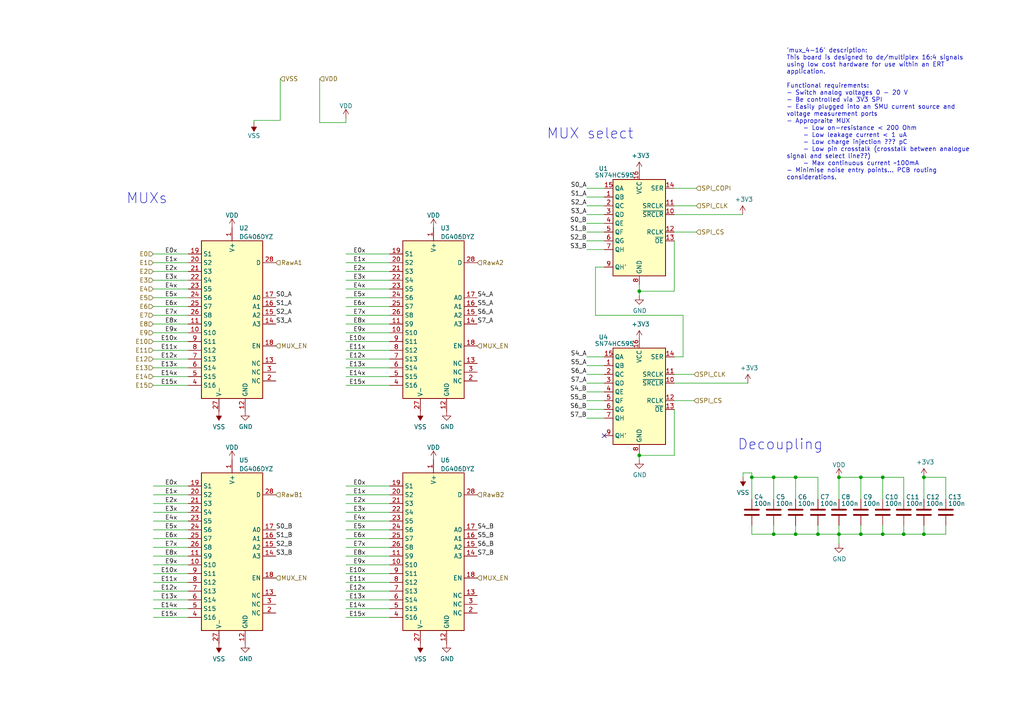
<source format=kicad_sch>
(kicad_sch (version 20231120) (generator "eeschema") (generator_version "8.0")
  (paper "A4")
  (lib_symbols
    (symbol "74xx:74HC595"
      (property "Reference" "U" (at -7.62 13.97 0))
      (property "Value" "74HC595" (at -7.62 -16.51 0))
      (symbol "74HC595_1_0"
        (pin tri_state line (at 10.16 7.62 180) (length 2.54) (name "QB") (number "1"))
        (pin input line (at -10.16 2.54 0) (length 2.54) (name "~{SRCLR}") (number "10"))
        (pin input line (at -10.16 5.08 0) (length 2.54) (name "SRCLK") (number "11"))
        (pin input line (at -10.16 -2.54 0) (length 2.54) (name "RCLK") (number "12"))
        (pin input line (at -10.16 -5.08 0) (length 2.54) (name "~{OE}") (number "13"))
        (pin input line (at -10.16 10.16 0) (length 2.54) (name "SER") (number "14"))
        (pin tri_state line (at 10.16 10.16 180) (length 2.54) (name "QA") (number "15"))
        (pin power_in line (at 0 15.24 270) (length 2.54) (name "VCC") (number "16"))
        (pin tri_state line (at 10.16 5.08 180) (length 2.54) (name "QC") (number "2"))
        (pin tri_state line (at 10.16 2.54 180) (length 2.54) (name "QD") (number "3"))
        (pin tri_state line (at 10.16 0 180) (length 2.54) (name "QE") (number "4"))
        (pin tri_state line (at 10.16 -2.54 180) (length 2.54) (name "QF") (number "5"))
        (pin tri_state line (at 10.16 -5.08 180) (length 2.54) (name "QG") (number "6"))
        (pin tri_state line (at 10.16 -7.62 180) (length 2.54) (name "QH") (number "7"))
        (pin power_in line (at 0 -17.78 90) (length 2.54) (name "GND") (number "8"))
        (pin output line (at 10.16 -12.7 180) (length 2.54) (name "QH'") (number "9"))
      )
      (symbol "74HC595_1_1"
        (rectangle (start -7.62 12.7) (end 7.62 -15.24) (stroke (width 0.254)) (fill (type background)))
      )
    )
    (symbol "Analog_Switch_mod:DG406DN-T1-E3"
      (property "Reference" "U" (at -8.89 22.86 0))
      (property "Value" "DG406DN-T1-E3" (at 1.27 22.86 0))
      (symbol "DG406DN-T1-E3_0_0"
        (pin passive line (at -12.7 2.54 0) (length 3.81) (name "S7") (number "25"))
        (pin passive line (at -12.7 0 0) (length 3.81) (name "S8") (number "26"))
        (pin power_in line (at -3.81 -27.94 90) (length 3.81) (name "V-") (number "27"))
        (pin output line (at 12.7 15.24 180) (length 3.81) (name "D") (number "28"))
      )
      (symbol "DG406DN-T1-E3_0_1"
        (rectangle (start -8.89 21.59) (end 8.89 -24.13) (stroke (width 0.254)) (fill (type background)))
      )
      (symbol "DG406DN-T1-E3_1_1"
        (pin power_in line (at 0 25.4 270) (length 3.81) (name "V+") (number "1"))
        (pin passive line (at -12.7 -5.08 0) (length 3.81) (name "S10") (number "10"))
        (pin passive line (at -12.7 -2.54 0) (length 3.81) (name "S9") (number "11"))
        (pin power_in line (at 3.81 -27.94 90) (length 3.81) (name "GND") (number "12"))
        (pin input line (at 12.7 -13.97 180) (length 3.81) (name "NC") (number "13"))
        (pin input line (at 12.7 -2.54 180) (length 3.81) (name "A3") (number "14"))
        (pin input line (at 12.7 0 180) (length 3.81) (name "A2") (number "15"))
        (pin input line (at 12.7 2.54 180) (length 3.81) (name "A1") (number "16"))
        (pin input line (at 12.7 5.08 180) (length 3.81) (name "A0") (number "17"))
        (pin passive line (at 12.7 -8.89 180) (length 3.81) (name "EN") (number "18"))
        (pin passive line (at -12.7 17.78 0) (length 3.81) (name "S1") (number "19"))
        (pin passive line (at 12.7 -19.05 180) (length 3.81) (name "NC") (number "2"))
        (pin passive line (at -12.7 15.24 0) (length 3.81) (name "S2") (number "20"))
        (pin passive line (at -12.7 12.7 0) (length 3.81) (name "S3") (number "21"))
        (pin passive line (at -12.7 10.16 0) (length 3.81) (name "S4") (number "22"))
        (pin passive line (at -12.7 7.62 0) (length 3.81) (name "S5") (number "23"))
        (pin passive line (at -12.7 5.08 0) (length 3.81) (name "S6") (number "24"))
        (pin passive line (at 12.7 -16.51 180) (length 3.81) (name "NC") (number "3"))
        (pin passive line (at -12.7 -20.32 0) (length 3.81) (name "S16") (number "4"))
        (pin passive line (at -12.7 -17.78 0) (length 3.81) (name "S15") (number "5"))
        (pin passive line (at -12.7 -15.24 0) (length 3.81) (name "S14") (number "6"))
        (pin passive line (at -12.7 -12.7 0) (length 3.81) (name "S13") (number "7"))
        (pin passive line (at -12.7 -10.16 0) (length 3.81) (name "S12") (number "8"))
        (pin passive line (at -12.7 -7.62 0) (length 3.81) (name "S11") (number "9"))
      )
    )
    (symbol "Device:C" (pin_numbers hide) (pin_names (offset 0.254))
      (property "Reference" "C" (at 0.635 2.54 0))
      (property "Value" "C" (at 0.635 -2.54 0))
      (symbol "C_0_1"
        (polyline (pts (xy -2.032 -0.762) (xy 2.032 -0.762)) (stroke (width 0.508)))
        (polyline (pts (xy -2.032 0.762) (xy 2.032 0.762)) (stroke (width 0.508)))
      )
      (symbol "C_1_1"
        (pin passive line (at 0 3.81 270) (length 2.794) (name "~") (number "1"))
        (pin passive line (at 0 -3.81 90) (length 2.794) (name "~") (number "2"))
      )
    )
    (symbol "power:+3V3" (power) (pin_names (offset 0))
      (property "Value" "+3V3" (at 0 3.556 0))
      (symbol "+3V3_0_1"
        (polyline (pts (xy -0.762 1.27) (xy 0 2.54)))
        (polyline (pts (xy 0 0) (xy 0 2.54)))
        (polyline (pts (xy 0 2.54) (xy 0.762 1.27)))
      )
      (symbol "+3V3_1_1"
        (pin power_in line (at 0 0 90) (length 0) hide (name "+3V3") (number "1"))
      )
    )
    (symbol "power:GND" (power) (pin_names (offset 0))
      (property "Value" "GND" (at 0 -3.81 0))
      (symbol "GND_0_1"
        (polyline (pts (xy 0 0) (xy 0 -1.27) (xy 1.27 -1.27) (xy 0 -2.54) (xy -1.27 -1.27) (xy 0 -1.27)))
      )
      (symbol "GND_1_1"
        (pin power_in line (at 0 0 270) (length 0) hide (name "GND") (number "1"))
      )
    )
    (symbol "power:VDD" (power) (pin_names (offset 0))
      (property "Value" "VDD" (at 0 3.81 0))
      (symbol "VDD_0_1"
        (polyline (pts (xy -0.762 1.27) (xy 0 2.54)))
        (polyline (pts (xy 0 0) (xy 0 2.54)))
        (polyline (pts (xy 0 2.54) (xy 0.762 1.27)))
      )
      (symbol "VDD_1_1"
        (pin power_in line (at 0 0 90) (length 0) hide (name "VDD") (number "1"))
      )
    )
    (symbol "power:VSS" (power) (pin_names (offset 0))
      (property "Value" "VSS" (at 0 3.81 0))
      (symbol "VSS_0_1"
        (polyline (pts (xy 0 0) (xy 0 2.54)))
        (polyline (pts (xy 0.762 1.27) (xy -0.762 1.27) (xy 0 2.54) (xy 0.762 1.27)) (fill (type outline)))
      )
      (symbol "VSS_1_1"
        (pin power_in line (at 0 0 90) (length 0) hide (name "VSS") (number "1"))
      )
    )
  )
  (junction (at 230.759 138.43))
  (junction (at 256.032 154.94))
  (junction (at 230.759 154.94))
  (junction (at 185.42 84.455))
  (junction (at 185.42 132.08))
  (junction (at 267.97 138.43))
  (junction (at 262.128 154.94))
  (junction (at 243.332 154.94))
  (junction (at 249.682 154.94))
  (junction (at 243.332 138.43))
  (junction (at 249.682 138.43))
  (junction (at 224.409 138.43))
  (junction (at 237.236 154.94))
  (junction (at 256.032 138.43))
  (junction (at 218.059 138.43))
  (junction (at 267.97 154.94))
  (junction (at 224.409 154.94))
  (no_connect (at 123.19 239.395))
  (no_connect (at 175.26 126.365))
  (wire (pts (xy 243.332 152.4) (xy 243.332 154.94)))
  (wire (pts (xy 170.18 121.285) (xy 175.26 121.285)))
  (wire (pts (xy 243.332 138.43) (xy 249.682 138.43)))
  (wire (pts (xy 44.45 140.97) (xy 54.61 140.97)))
  (wire (pts (xy 215.519 137.16) (xy 218.059 137.16)))
  (wire (pts (xy 215.519 138.43) (xy 215.519 137.16)))
  (wire (pts (xy 44.45 109.22) (xy 54.61 109.22)))
  (wire (pts (xy 100.33 146.05) (xy 113.03 146.05)))
  (wire (pts (xy 92.71 35.56) (xy 100.33 35.56)))
  (wire (pts (xy 256.032 138.43) (xy 256.032 144.78)))
  (wire (pts (xy 100.33 168.91) (xy 113.03 168.91)))
  (wire (pts (xy 170.18 62.23) (xy 175.26 62.23)))
  (wire (pts (xy 44.45 93.98) (xy 54.61 93.98)))
  (wire (pts (xy 249.682 154.94) (xy 243.332 154.94)))
  (wire (pts (xy 256.032 138.43) (xy 262.128 138.43)))
  (wire (pts (xy 44.45 143.51) (xy 54.61 143.51)))
  (wire (pts (xy 267.97 138.43) (xy 267.97 144.78)))
  (wire (pts (xy 262.128 154.94) (xy 256.032 154.94)))
  (wire (pts (xy 44.45 106.68) (xy 54.61 106.68)))
  (wire (pts (xy 230.759 154.94) (xy 237.236 154.94)))
  (wire (pts (xy 170.18 111.125) (xy 175.26 111.125)))
  (wire (pts (xy 100.33 166.37) (xy 113.03 166.37)))
  (wire (pts (xy 44.45 104.14) (xy 54.61 104.14)))
  (wire (pts (xy 195.58 132.08) (xy 195.58 118.745)))
  (wire (pts (xy 230.759 154.94) (xy 224.409 154.94)))
  (wire (pts (xy 267.97 152.4) (xy 267.97 154.94)))
  (wire (pts (xy 249.682 152.4) (xy 249.682 154.94)))
  (wire (pts (xy 170.18 116.205) (xy 175.26 116.205)))
  (wire (pts (xy 172.72 91.44) (xy 198.12 91.44)))
  (wire (pts (xy 218.059 138.43) (xy 224.409 138.43)))
  (wire (pts (xy 195.58 108.585) (xy 201.295 108.585)))
  (wire (pts (xy 274.32 138.43) (xy 267.97 138.43)))
  (wire (pts (xy 274.32 152.4) (xy 274.32 154.94)))
  (wire (pts (xy 170.18 113.665) (xy 175.26 113.665)))
  (wire (pts (xy 44.45 81.28) (xy 54.61 81.28)))
  (wire (pts (xy 218.059 152.4) (xy 218.059 154.94)))
  (wire (pts (xy 92.71 22.86) (xy 92.71 35.56)))
  (wire (pts (xy 100.33 91.44) (xy 113.03 91.44)))
  (wire (pts (xy 170.18 59.69) (xy 175.26 59.69)))
  (wire (pts (xy 218.059 137.16) (xy 218.059 138.43)))
  (wire (pts (xy 170.18 69.85) (xy 175.26 69.85)))
  (wire (pts (xy 237.236 138.43) (xy 230.759 138.43)))
  (wire (pts (xy 44.45 173.99) (xy 54.61 173.99)))
  (wire (pts (xy 170.18 108.585) (xy 175.26 108.585)))
  (wire (pts (xy 100.33 156.21) (xy 113.03 156.21)))
  (wire (pts (xy 224.409 152.4) (xy 224.409 154.94)))
  (wire (pts (xy 237.236 152.4) (xy 237.236 154.94)))
  (wire (pts (xy 170.18 64.77) (xy 175.26 64.77)))
  (wire (pts (xy 218.059 138.43) (xy 218.059 144.78)))
  (wire (pts (xy 100.33 173.99) (xy 113.03 173.99)))
  (wire (pts (xy 44.45 78.74) (xy 54.61 78.74)))
  (wire (pts (xy 100.33 179.07) (xy 113.03 179.07)))
  (wire (pts (xy 100.33 163.83) (xy 113.03 163.83)))
  (wire (pts (xy 100.33 76.2) (xy 113.03 76.2)))
  (wire (pts (xy 274.32 154.94) (xy 267.97 154.94)))
  (wire (pts (xy 100.33 96.52) (xy 113.03 96.52)))
  (wire (pts (xy 44.45 151.13) (xy 54.61 151.13)))
  (wire (pts (xy 100.33 158.75) (xy 113.03 158.75)))
  (wire (pts (xy 249.682 138.43) (xy 249.682 144.78)))
  (wire (pts (xy 44.45 83.82) (xy 54.61 83.82)))
  (wire (pts (xy 100.33 148.59) (xy 113.03 148.59)))
  (wire (pts (xy 100.33 106.68) (xy 113.03 106.68)))
  (wire (pts (xy 100.33 101.6) (xy 113.03 101.6)))
  (wire (pts (xy 224.409 138.43) (xy 224.409 144.78)))
  (wire (pts (xy 185.42 84.455) (xy 185.42 82.55)))
  (wire (pts (xy 170.18 57.15) (xy 175.26 57.15)))
  (wire (pts (xy 170.18 103.505) (xy 175.26 103.505)))
  (wire (pts (xy 100.33 176.53) (xy 113.03 176.53)))
  (wire (pts (xy 100.33 111.76) (xy 113.03 111.76)))
  (wire (pts (xy 100.33 151.13) (xy 113.03 151.13)))
  (wire (pts (xy 170.18 106.045) (xy 175.26 106.045)))
  (wire (pts (xy 44.45 156.21) (xy 54.61 156.21)))
  (wire (pts (xy 44.45 111.76) (xy 54.61 111.76)))
  (wire (pts (xy 44.45 86.36) (xy 54.61 86.36)))
  (wire (pts (xy 44.45 96.52) (xy 54.61 96.52)))
  (wire (pts (xy 100.33 161.29) (xy 113.03 161.29)))
  (wire (pts (xy 100.33 171.45) (xy 113.03 171.45)))
  (wire (pts (xy 81.28 22.86) (xy 81.28 34.925)))
  (wire (pts (xy 224.409 154.94) (xy 218.059 154.94)))
  (wire (pts (xy 243.332 154.94) (xy 243.332 157.734)))
  (wire (pts (xy 100.33 83.82) (xy 113.03 83.82)))
  (wire (pts (xy 185.42 132.08) (xy 195.58 132.08)))
  (wire (pts (xy 73.66 34.925) (xy 73.66 35.56)))
  (wire (pts (xy 44.45 171.45) (xy 54.61 171.45)))
  (wire (pts (xy 185.42 133.35) (xy 185.42 132.08)))
  (wire (pts (xy 185.42 85.725) (xy 185.42 84.455)))
  (wire (pts (xy 44.45 179.07) (xy 54.61 179.07)))
  (wire (pts (xy 256.032 152.4) (xy 256.032 154.94)))
  (wire (pts (xy 224.409 138.43) (xy 230.759 138.43)))
  (wire (pts (xy 170.18 54.61) (xy 175.26 54.61)))
  (wire (pts (xy 195.58 116.205) (xy 201.295 116.205)))
  (wire (pts (xy 198.12 103.505) (xy 195.58 103.505)))
  (wire (pts (xy 100.33 143.51) (xy 113.03 143.51)))
  (wire (pts (xy 100.33 34.29) (xy 100.33 35.56)))
  (wire (pts (xy 100.33 104.14) (xy 113.03 104.14)))
  (wire (pts (xy 230.759 152.4) (xy 230.759 154.94)))
  (wire (pts (xy 44.45 158.75) (xy 54.61 158.75)))
  (wire (pts (xy 256.032 154.94) (xy 249.682 154.94)))
  (wire (pts (xy 198.12 91.44) (xy 198.12 103.505)))
  (wire (pts (xy 100.33 109.22) (xy 113.03 109.22)))
  (wire (pts (xy 44.45 176.53) (xy 54.61 176.53)))
  (wire (pts (xy 44.45 168.91) (xy 54.61 168.91)))
  (wire (pts (xy 44.45 148.59) (xy 54.61 148.59)))
  (wire (pts (xy 100.33 140.97) (xy 113.03 140.97)))
  (wire (pts (xy 175.26 77.47) (xy 172.72 77.47)))
  (wire (pts (xy 195.58 111.125) (xy 216.916 111.125)))
  (wire (pts (xy 230.759 138.43) (xy 230.759 144.78)))
  (wire (pts (xy 44.45 76.2) (xy 54.61 76.2)))
  (wire (pts (xy 44.45 166.37) (xy 54.61 166.37)))
  (wire (pts (xy 237.236 154.94) (xy 243.332 154.94)))
  (wire (pts (xy 195.58 84.455) (xy 195.58 69.85)))
  (wire (pts (xy 185.42 84.455) (xy 195.58 84.455)))
  (wire (pts (xy 262.128 152.4) (xy 262.128 154.94)))
  (wire (pts (xy 185.42 132.08) (xy 185.42 131.445)))
  (wire (pts (xy 195.58 54.61) (xy 201.93 54.61)))
  (wire (pts (xy 73.66 34.925) (xy 81.28 34.925)))
  (wire (pts (xy 243.332 138.43) (xy 243.332 144.78)))
  (wire (pts (xy 44.45 161.29) (xy 54.61 161.29)))
  (wire (pts (xy 195.58 59.69) (xy 201.93 59.69)))
  (wire (pts (xy 100.33 88.9) (xy 113.03 88.9)))
  (wire (pts (xy 44.45 99.06) (xy 54.61 99.06)))
  (wire (pts (xy 172.72 77.47) (xy 172.72 91.44)))
  (wire (pts (xy 100.33 73.66) (xy 113.03 73.66)))
  (wire (pts (xy 237.236 138.43) (xy 237.236 144.78)))
  (wire (pts (xy 100.33 78.74) (xy 113.03 78.74)))
  (wire (pts (xy 44.45 101.6) (xy 54.61 101.6)))
  (wire (pts (xy 267.97 154.94) (xy 262.128 154.94)))
  (wire (pts (xy 170.18 67.31) (xy 175.26 67.31)))
  (wire (pts (xy 262.128 138.43) (xy 262.128 144.78)))
  (wire (pts (xy 44.45 91.44) (xy 54.61 91.44)))
  (wire (pts (xy 195.58 67.31) (xy 201.93 67.31)))
  (wire (pts (xy 44.45 88.9) (xy 54.61 88.9)))
  (wire (pts (xy 274.32 144.78) (xy 274.32 138.43)))
  (wire (pts (xy 44.45 163.83) (xy 54.61 163.83)))
  (wire (pts (xy 170.18 72.39) (xy 175.26 72.39)))
  (wire (pts (xy 100.33 99.06) (xy 113.03 99.06)))
  (wire (pts (xy 100.33 93.98) (xy 113.03 93.98)))
  (wire (pts (xy 44.45 146.05) (xy 54.61 146.05)))
  (wire (pts (xy 100.33 153.67) (xy 113.03 153.67)))
  (wire (pts (xy 249.682 138.43) (xy 256.032 138.43)))
  (wire (pts (xy 195.58 62.23) (xy 215.392 62.23)))
  (wire (pts (xy 44.45 73.66) (xy 54.61 73.66)))
  (wire (pts (xy 44.45 153.67) (xy 54.61 153.67)))
  (wire (pts (xy 100.33 81.28) (xy 113.03 81.28)))
  (wire (pts (xy 100.33 86.36) (xy 113.03 86.36)))
  (wire (pts (xy 170.18 118.745) (xy 175.26 118.745)))
  (text "Decoupling" (at 213.868 130.81 0) (effects (font (size 3 3)) (justify left bottom)))
  (text "MUX select" (at 158.496 40.64 0) (effects (font (size 3 3)) (justify left bottom)))
  (text "MUXs\n" (at 36.576 59.436 0) (effects (font (size 3 3)) (justify left bottom)))
  (text "'mux_4-16' description:\nThis board is designed to de/multiplex 16:4 signals\nusing low cost hardware for use within an ERT \napplication.\n\nFunctional requirements:\n- Switch analog voltages 0 - 20 V\n- Be controlled via 3V3 SPI \n- Easily plugged into an SMU current source and \nvoltage measurement ports\n- Appropraite MUX\n	- Low on-resistance < 200 Ohm\n	- Low leakage current < 1 uA\n	- Low charge injection ??? pC\n	- Low pin crosstalk (crosstalk between analogue \nsignal and select line??)\n	- Max continuous current ~100mA\n- Minimise noise entry points... PCB routing \nconsiderations.\n" (at 228.092 52.324 0) (effects (font (size 1.27 1.27)) (justify left bottom)))
  (label "E14x" (at 106.045 176.53 180))
  (label "E9x" (at 106.045 96.52 180))
  (label "E4x" (at 51.435 83.82 180))
  (label "S0_B" (at 170.18 64.77 180))
  (label "E7x" (at 51.435 158.75 180))
  (label "E2x" (at 51.435 78.74 180))
  (label "E2x" (at 106.045 78.74 180))
  (label "S5_A" (at 138.43 88.9 0))
  (label "S7_A" (at 170.18 111.125 180))
  (label "E11x" (at 106.045 168.91 180))
  (label "E13x" (at 51.435 106.68 180))
  (label "E5x" (at 106.045 86.36 180))
  (label "S6_A" (at 170.18 108.585 180))
  (label "E12x" (at 51.435 171.45 180))
  (label "S2_B" (at 80.01 158.75 0))
  (label "E6x" (at 51.435 156.21 180))
  (label "E1x" (at 51.435 143.51 180))
  (label "E6x" (at 51.435 88.9 180))
  (label "S0_A" (at 80.01 86.36 0))
  (label "S5_B" (at 138.43 156.21 0))
  (label "S5_A" (at 170.18 106.045 180))
  (label "E0x" (at 106.045 73.66 180))
  (label "S3_A" (at 80.01 93.98 0))
  (label "S7_A" (at 138.43 93.98 0))
  (label "E15x" (at 51.435 111.76 180))
  (label "E3x" (at 51.435 148.59 180))
  (label "E1x" (at 51.435 76.2 180))
  (label "S1_B" (at 80.01 156.21 0))
  (label "E5x" (at 51.435 153.67 180))
  (label "S2_B" (at 170.18 69.85 180))
  (label "E14x" (at 51.435 109.22 180))
  (label "E11x" (at 51.435 168.91 180))
  (label "E14x" (at 51.435 176.53 180))
  (label "S3_A" (at 170.18 62.23 180))
  (label "E10x" (at 106.045 99.06 180))
  (label "E7x" (at 106.045 158.75 180))
  (label "S6_B" (at 138.43 158.75 0))
  (label "S2_A" (at 80.01 91.44 0))
  (label "E7x" (at 51.435 91.44 180))
  (label "E9x" (at 106.045 163.83 180))
  (label "E14x" (at 106.045 109.22 180))
  (label "E1x" (at 106.045 76.2 180))
  (label "E3x" (at 106.045 81.28 180))
  (label "E5x" (at 106.045 153.67 180))
  (label "E8x" (at 106.045 93.98 180))
  (label "E3x" (at 106.045 148.59 180))
  (label "E11x" (at 51.435 101.6 180))
  (label "S6_A" (at 138.43 91.44 0))
  (label "S4_A" (at 138.43 86.36 0))
  (label "E8x" (at 51.435 161.29 180))
  (label "E12x" (at 106.045 171.45 180))
  (label "E13x" (at 51.435 173.99 180))
  (label "E9x" (at 51.435 163.83 180))
  (label "S4_B" (at 170.18 113.665 180))
  (label "S1_A" (at 170.18 57.15 180))
  (label "E7x" (at 106.045 91.44 180))
  (label "E13x" (at 106.045 106.68 180))
  (label "S2_A" (at 170.18 59.69 180))
  (label "S1_A" (at 80.01 88.9 0))
  (label "S0_A" (at 170.18 54.61 180))
  (label "E2x" (at 106.045 146.05 180))
  (label "S4_A" (at 170.18 103.505 180))
  (label "E15x" (at 106.045 111.76 180))
  (label "E11x" (at 106.045 101.6 180))
  (label "E10x" (at 51.435 99.06 180))
  (label "E15x" (at 106.045 179.07 180))
  (label "E8x" (at 51.435 93.98 180))
  (label "S5_B" (at 170.18 116.205 180))
  (label "E4x" (at 106.045 83.82 180))
  (label "E1x" (at 106.045 143.51 180))
  (label "E4x" (at 51.435 151.13 180))
  (label "S1_B" (at 170.18 67.31 180))
  (label "E12x" (at 51.435 104.14 180))
  (label "S6_B" (at 170.18 118.745 180))
  (label "E10x" (at 51.435 166.37 180))
  (label "E5x" (at 51.435 86.36 180))
  (label "E9x" (at 51.435 96.52 180))
  (label "E0x" (at 51.435 140.97 180))
  (label "E6x" (at 106.045 156.21 180))
  (label "S4_B" (at 138.43 153.67 0))
  (label "E13x" (at 106.045 173.99 180))
  (label "E10x" (at 106.045 166.37 180))
  (label "E15x" (at 51.435 179.07 180))
  (label "E8x" (at 106.045 161.29 180))
  (label "E6x" (at 106.045 88.9 180))
  (label "S7_B" (at 170.18 121.285 180))
  (label "E0x" (at 51.435 73.66 180))
  (label "S3_B" (at 170.18 72.39 180))
  (label "E0x" (at 106.045 140.97 180))
  (label "E3x" (at 51.435 81.28 180))
  (label "S7_B" (at 138.43 161.29 0))
  (label "S0_B" (at 80.01 153.67 0))
  (label "S3_B" (at 80.01 161.29 0))
  (label "E12x" (at 106.045 104.14 180))
  (label "E2x" (at 51.435 146.05 180))
  (label "E4x" (at 106.045 151.13 180))
  (hierarchical_label "RawA1" (shape input) (at 80.01 76.2 0))
  (hierarchical_label "MUX_EN" (shape input) (at 138.43 167.64 0) (property "Intersheetrefs" "${INTERSHEET_REFS}" (effects (hide yes))))
  (hierarchical_label "VSS" (shape input) (at 81.28 22.86 0))
  (hierarchical_label "RawB2" (shape input) (at 138.43 143.51 0) (property "Intersheetrefs" "${INTERSHEET_REFS}" (effects (hide yes))))
  (hierarchical_label "SPI_CLK" (shape input) (at 201.295 108.585 0) (property "Intersheetrefs" "${INTERSHEET_REFS}" (effects (hide yes))))
  (hierarchical_label "MUX_EN" (shape input) (at 80.01 167.64 0) (property "Intersheetrefs" "${INTERSHEET_REFS}" (effects (hide yes))))
  (hierarchical_label "E5" (shape input) (at 44.45 86.36 180))
  (hierarchical_label "E3" (shape input) (at 44.45 81.28 180))
  (hierarchical_label "E15" (shape input) (at 44.45 111.76 180))
  (hierarchical_label "SPI_COPI" (shape input) (at 201.93 54.61 0) (property "Intersheetrefs" "${INTERSHEET_REFS}" (effects (hide yes))))
  (hierarchical_label "E10" (shape input) (at 44.45 99.06 180))
  (hierarchical_label "SPI_CS" (shape input) (at 201.93 67.31 0) (property "Intersheetrefs" "${INTERSHEET_REFS}" (effects (hide yes))))
  (hierarchical_label "SPI_CLK" (shape input) (at 201.93 59.69 0) (property "Intersheetrefs" "${INTERSHEET_REFS}" (effects (hide yes))))
  (hierarchical_label "MUX_EN" (shape input) (at 138.43 100.33 0) (property "Intersheetrefs" "${INTERSHEET_REFS}" (effects (hide yes))))
  (hierarchical_label "E1" (shape input) (at 44.45 76.2 180))
  (hierarchical_label "E0" (shape input) (at 44.45 73.66 180))
  (hierarchical_label "E4" (shape input) (at 44.45 83.82 180))
  (hierarchical_label "RawB1" (shape input) (at 80.01 143.51 0) (property "Intersheetrefs" "${INTERSHEET_REFS}" (effects (hide yes))))
  (hierarchical_label "E9" (shape input) (at 44.45 96.52 180))
  (hierarchical_label "MUX_EN" (shape input) (at 80.01 100.33 0) (property "Intersheetrefs" "${INTERSHEET_REFS}" (effects (hide yes))))
  (hierarchical_label "E13" (shape input) (at 44.45 106.68 180))
  (hierarchical_label "RawA2" (shape input) (at 138.43 76.2 0) (property "Intersheetrefs" "${INTERSHEET_REFS}" (effects (hide yes))))
  (hierarchical_label "E2" (shape input) (at 44.45 78.74 180))
  (hierarchical_label "SPI_CS" (shape input) (at 201.295 116.205 0) (property "Intersheetrefs" "${INTERSHEET_REFS}" (effects (hide yes))))
  (hierarchical_label "E14" (shape input) (at 44.45 109.22 180))
  (hierarchical_label "E8" (shape input) (at 44.45 93.98 180))
  (hierarchical_label "E12" (shape input) (at 44.45 104.14 180))
  (hierarchical_label "E11" (shape input) (at 44.45 101.6 180))
  (hierarchical_label "E6" (shape input) (at 44.45 88.9 180))
  (hierarchical_label "VDD" (shape input) (at 92.71 22.86 0))
  (hierarchical_label "E7" (shape input) (at 44.45 91.44 180))
  (symbol (lib_id "power:GND") (at 185.42 85.725 0) (unit 1)
    (property "Reference" "#PWR011" (effects (hide yes)))
    (property "Value" "GND" (at 185.547 90.1192 0))
    (instances (project "MUX_x4" (path "" (reference "#PWR011") (unit 1))) (project "HV_ERT_sensor" (path "" (reference "#PWR037") (unit 1))))
  )
  (symbol (lib_id "power:+3V3") (at 185.42 49.53 0) (unit 1)
    (property "Reference" "#PWR01" (effects (hide yes)))
    (property "Value" "+3V3" (at 185.801 45.1358 0))
    (instances (project "MUX_x4" (path "" (reference "#PWR01") (unit 1))) (project "HV_ERT_sensor" (path "" (reference "#PWR036") (unit 1))))
  )
  (symbol (lib_id "74xx:74HC595") (at 185.42 64.77 0) (mirror y) (unit 1)
    (property "Reference" "U1" (at 175.006 48.895 0))
    (property "Value" "SN74HC595" (at 178.181 50.8 0))
    (property "Footprint" "Package_SO:SOIC-16_3.9x9.9mm_P1.27mm" (effects (hide yes)))
    (property "Datasheet" "http://www.ti.com/lit/ds/symlink/sn74hc595.pdf" (effects (hide yes)))
    (instances (project "MUX_x4" (path "" (reference "U1") (unit 1))) (project "HV_ERT_sensor" (path "" (reference "U6") (unit 1))))
  )
  (symbol (lib_id "power:GND") (at 185.42 133.35 0) (unit 1)
    (property "Reference" "#PWR016" (effects (hide yes)))
    (property "Value" "GND" (at 185.547 137.7442 0))
    (instances (project "MUX_x4" (path "" (reference "#PWR016") (unit 1))) (project "HV_ERT_sensor" (path "" (reference "#PWR039") (unit 1))))
  )
  (symbol (lib_id "power:+3V3") (at 185.42 98.425 0) (unit 1)
    (property "Reference" "#PWR014" (effects (hide yes)))
    (property "Value" "+3V3" (at 185.801 94.0308 0))
    (instances (project "MUX_x4" (path "" (reference "#PWR014") (unit 1))) (project "HV_ERT_sensor" (path "" (reference "#PWR038") (unit 1))))
  )
  (symbol (lib_id "74xx:74HC595") (at 185.42 113.665 0) (mirror y) (unit 1)
    (property "Reference" "U4" (at 175.006 97.79 0))
    (property "Value" "SN74HC595" (at 178.181 99.695 0))
    (property "Footprint" "Package_SO:SOIC-16_3.9x9.9mm_P1.27mm" (effects (hide yes)))
    (property "Datasheet" "http://www.ti.com/lit/ds/symlink/sn74hc595.pdf" (effects (hide yes)))
    (instances (project "MUX_x4" (path "" (reference "U4") (unit 1))) (project "HV_ERT_sensor" (path "" (reference "U7") (unit 1))))
  )
  (symbol (lib_id "power:+3V3") (at 216.916 111.125 0) (unit 1)
    (property "Reference" "#PWR015" (effects (hide yes)))
    (property "Value" "+3V3" (at 217.297 106.7308 0))
    (instances (project "MUX_x4" (path "" (reference "#PWR015") (unit 1))) (project "HV_ERT_sensor" (path "" (reference "#PWR042") (unit 1))))
  )
  (symbol (lib_id "power:+3V3") (at 215.392 62.23 0) (unit 1)
    (property "Reference" "#PWR07" (effects (hide yes)))
    (property "Value" "+3V3" (at 215.773 57.8358 0))
    (instances (project "MUX_x4" (path "" (reference "#PWR07") (unit 1))) (project "HV_ERT_sensor" (path "" (reference "#PWR040") (unit 1))))
  )
  (symbol (lib_id "power:VDD") (at 67.31 66.04 0) (unit 1)
    (property "Reference" "#PWR012" (effects (hide yes)))
    (property "Value" "VDD" (at 67.31 62.4642 0))
    (instances (project "MUX_x4" (path "" (reference "#PWR012") (unit 1))) (project "HV_ERT_sensor" (path "" (reference "#PWR024") (unit 1))))
  )
  (symbol (lib_id "power:VDD") (at 125.73 66.04 0) (unit 1)
    (property "Reference" "#PWR013" (effects (hide yes)))
    (property "Value" "VDD" (at 125.73 62.4642 0))
    (instances (project "MUX_x4" (path "" (reference "#PWR013") (unit 1))) (project "HV_ERT_sensor" (path "" (reference "#PWR032") (unit 1))))
  )
  (symbol (lib_id "power:VSS") (at 63.5 186.69 180) (unit 1)
    (property "Reference" "#PWR030" (effects (hide yes)))
    (property "Value" "VSS" (at 63.5 191.1334 0))
    (instances (project "MUX_x4" (path "" (reference "#PWR030") (unit 1))) (project "HV_ERT_sensor" (path "" (reference "#PWR023") (unit 1))))
  )
  (symbol (lib_id "power:VDD") (at 67.31 133.35 0) (unit 1)
    (property "Reference" "#PWR021" (effects (hide yes)))
    (property "Value" "VDD" (at 67.31 129.7742 0))
    (instances (project "MUX_x4" (path "" (reference "#PWR021") (unit 1))) (project "HV_ERT_sensor" (path "" (reference "#PWR025") (unit 1))))
  )
  (symbol (lib_id "Analog_Switch_mod:DG406DN-T1-E3") (at 125.73 91.44 0) (unit 1)
    (property "Reference" "U3" (at 127.7494 66.1502 0) (effects (justify left)))
    (property "Value" "DG406DYZ" (at 127.7494 68.6871 0) (effects (justify left)))
    (property "Footprint" "DG406DYZ:SOIC28_7P60X18P10_INR-M" (effects (hide yes)))
    (property "Datasheet" "https://www.vishay.com/docs/70061/dg406.pdf" (effects (hide yes)))
    (instances (project "MUX_x4" (path "" (reference "U3") (unit 1))) (project "HV_ERT_sensor" (path "" (reference "U4") (unit 1))))
  )
  (symbol (lib_id "Device:C") (at 274.32 148.59 0) (unit 1)
    (property "Reference" "C13" (at 274.955 144.145 0) (effects (justify left)))
    (property "Value" "100n" (at 274.955 146.05 0) (effects (justify left)))
    (property "Footprint" "Capacitor_SMD:C_0603_1608Metric_Pad1.08x0.95mm_HandSolder" (effects (hide yes)))
    (instances (project "MUX_x4" (path "" (reference "C13") (unit 1))) (project "HV_ERT_sensor" (path "" (reference "C16") (unit 1))))
  )
  (symbol (lib_id "power:VSS") (at 215.519 138.43 180) (unit 1)
    (property "Reference" "#PWR023" (effects (hide yes)))
    (property "Value" "VSS" (at 215.519 142.8734 0))
    (instances (project "MUX_x4" (path "" (reference "#PWR023") (unit 1))) (project "HV_ERT_sensor" (path "" (reference "#PWR041") (unit 1))))
  )
  (symbol (lib_id "Analog_Switch_mod:DG406DN-T1-E3") (at 67.31 91.44 0) (unit 1)
    (property "Reference" "U2" (at 69.3294 66.1502 0) (effects (justify left)))
    (property "Value" "DG406DYZ" (at 69.3294 68.6871 0) (effects (justify left)))
    (property "Footprint" "DG406DYZ:SOIC28_7P60X18P10_INR-M" (effects (hide yes)))
    (property "Datasheet" "https://www.vishay.com/docs/70061/dg406.pdf" (effects (hide yes)))
  )
  (symbol (lib_id "Device:C") (at 218.059 148.59 0) (unit 1)
    (property "Reference" "C4" (at 218.694 144.145 0) (effects (justify left)))
    (property "Value" "100n" (at 218.694 146.05 0) (effects (justify left)))
    (property "Footprint" "Capacitor_SMD:C_0603_1608Metric_Pad1.08x0.95mm_HandSolder" (effects (hide yes)))
    (instances (project "MUX_x4" (path "" (reference "C4") (unit 1))) (project "HV_ERT_sensor" (path "" (reference "C7") (unit 1))))
  )
  (symbol (lib_id "Device:C") (at 237.236 148.59 0) (unit 1)
    (property "Reference" "C7" (at 237.871 144.145 0) (effects (justify left)))
    (property "Value" "100n" (at 237.871 146.05 0) (effects (justify left)))
    (property "Footprint" "Capacitor_SMD:C_0603_1608Metric_Pad1.08x0.95mm_HandSolder" (effects (hide yes)))
    (instances (project "MUX_x4" (path "" (reference "C7") (unit 1))) (project "HV_ERT_sensor" (path "" (reference "C10") (unit 1))))
  )
  (symbol (lib_id "power:+3V3") (at 267.97 138.43 0) (unit 1)
    (property "Reference" "#PWR025" (effects (hide yes)))
    (property "Value" "+3V3" (at 268.351 134.0358 0))
    (instances (project "MUX_x4" (path "" (reference "#PWR025") (unit 1))) (project "HV_ERT_sensor" (path "" (reference "#PWR045") (unit 1))))
  )
  (symbol (lib_id "power:GND") (at 71.12 119.38 0) (unit 1)
    (property "Reference" "#PWR026" (effects (hide yes)))
    (property "Value" "GND" (at 71.247 123.7742 0))
  )
  (symbol (lib_id "power:GND") (at 243.332 157.734 0) (unit 1)
    (property "Reference" "#PWR026" (effects (hide yes)))
    (property "Value" "GND" (at 243.459 162.1282 0))
    (instances (project "MUX_x4" (path "" (reference "#PWR026") (unit 1))) (project "HV_ERT_sensor" (path "" (reference "#PWR044") (unit 1))))
  )
  (symbol (lib_id "power:VSS") (at 73.66 35.56 180) (unit 1)
    (property "Reference" "#PWR05" (effects (hide yes)))
    (property "Value" "VSS" (at 73.66 39.37 0))
    (instances (project "MUX_x4" (path "" (reference "#PWR05") (unit 1))) (project "HV_ERT_sensor" (path "" (reference "#PWR028") (unit 1))))
  )
  (symbol (lib_id "power:VSS") (at 121.92 119.38 180) (unit 1)
    (property "Reference" "#PWR019" (effects (hide yes)))
    (property "Value" "VSS" (at 121.92 123.8234 0))
    (instances (project "MUX_x4" (path "" (reference "#PWR019") (unit 1))) (project "HV_ERT_sensor" (path "" (reference "#PWR030") (unit 1))))
  )
  (symbol (lib_id "Device:C") (at 224.409 148.59 0) (unit 1)
    (property "Reference" "C5" (at 225.044 144.145 0) (effects (justify left)))
    (property "Value" "100n" (at 225.044 146.05 0) (effects (justify left)))
    (property "Footprint" "Capacitor_SMD:C_0603_1608Metric_Pad1.08x0.95mm_HandSolder" (effects (hide yes)))
    (instances (project "MUX_x4" (path "" (reference "C5") (unit 1))) (project "HV_ERT_sensor" (path "" (reference "C8") (unit 1))))
  )
  (symbol (lib_id "power:VSS") (at 63.5 119.38 180) (unit 1)
    (property "Reference" "#PWR017" (effects (hide yes)))
    (property "Value" "VSS" (at 63.5 123.8234 0))
    (instances (project "MUX_x4" (path "" (reference "#PWR017") (unit 1))) (project "HV_ERT_sensor" (path "" (reference "#PWR022") (unit 1))))
  )
  (symbol (lib_id "power:GND") (at 129.54 186.69 0) (unit 1)
    (property "Reference" "#PWR035" (effects (hide yes)))
    (property "Value" "GND" (at 129.667 191.0842 0))
  )
  (symbol (lib_id "Device:C") (at 267.97 148.59 0) (unit 1)
    (property "Reference" "C12" (at 268.605 144.145 0) (effects (justify left)))
    (property "Value" "100n" (at 268.605 146.05 0) (effects (justify left)))
    (property "Footprint" "Capacitor_SMD:C_0603_1608Metric_Pad1.08x0.95mm_HandSolder" (effects (hide yes)))
    (instances (project "MUX_x4" (path "" (reference "C12") (unit 1))) (project "HV_ERT_sensor" (path "" (reference "C15") (unit 1))))
  )
  (symbol (lib_id "Analog_Switch_mod:DG406DN-T1-E3") (at 67.31 158.75 0) (unit 1)
    (property "Reference" "U5" (at 69.3294 133.4602 0) (effects (justify left)))
    (property "Value" "DG406DYZ" (at 69.3294 135.9971 0) (effects (justify left)))
    (property "Footprint" "DG406DYZ:SOIC28_7P60X18P10_INR-M" (effects (hide yes)))
    (property "Datasheet" "https://www.vishay.com/docs/70061/dg406.pdf" (effects (hide yes)))
    (instances (project "MUX_x4" (path "" (reference "U5") (unit 1))) (project "HV_ERT_sensor" (path "" (reference "U3") (unit 1))))
  )
  (symbol (lib_id "power:GND") (at 71.12 186.69 0) (unit 1)
    (property "Reference" "#PWR027" (effects (hide yes)))
    (property "Value" "GND" (at 71.247 191.0842 0))
  )
  (symbol (lib_id "power:VDD") (at 125.73 133.35 0) (unit 1)
    (property "Reference" "#PWR022" (effects (hide yes)))
    (property "Value" "VDD" (at 125.73 129.7742 0))
    (instances (project "MUX_x4" (path "" (reference "#PWR022") (unit 1))) (project "HV_ERT_sensor" (path "" (reference "#PWR033") (unit 1))))
  )
  (symbol (lib_id "Device:C") (at 256.032 148.59 0) (unit 1)
    (property "Reference" "C10" (at 256.667 144.145 0) (effects (justify left)))
    (property "Value" "100n" (at 256.667 146.05 0) (effects (justify left)))
    (property "Footprint" "Capacitor_SMD:C_0603_1608Metric_Pad1.08x0.95mm_HandSolder" (effects (hide yes)))
    (instances (project "MUX_x4" (path "" (reference "C10") (unit 1))) (project "HV_ERT_sensor" (path "" (reference "C13") (unit 1))))
  )
  (symbol (lib_id "Device:C") (at 249.682 148.59 0) (unit 1)
    (property "Reference" "C9" (at 250.317 144.145 0) (effects (justify left)))
    (property "Value" "100n" (at 250.317 146.05 0) (effects (justify left)))
    (property "Footprint" "Capacitor_SMD:C_0603_1608Metric_Pad1.08x0.95mm_HandSolder" (effects (hide yes)))
    (instances (project "MUX_x4" (path "" (reference "C9") (unit 1))) (project "HV_ERT_sensor" (path "" (reference "C12") (unit 1))))
  )
  (symbol (lib_id "power:VDD") (at 243.332 138.43 0) (unit 1)
    (property "Reference" "#PWR024" (effects (hide yes)))
    (property "Value" "VDD" (at 243.332 134.8542 0))
    (instances (project "MUX_x4" (path "" (reference "#PWR024") (unit 1))) (project "HV_ERT_sensor" (path "" (reference "#PWR043") (unit 1))))
  )
  (symbol (lib_id "Analog_Switch_mod:DG406DN-T1-E3") (at 125.73 158.75 0) (unit 1)
    (property "Reference" "U6" (at 127.7494 133.4602 0) (effects (justify left)))
    (property "Value" "DG406DYZ" (at 127.7494 135.9971 0) (effects (justify left)))
    (property "Footprint" "DG406DYZ:SOIC28_7P60X18P10_INR-M" (effects (hide yes)))
    (property "Datasheet" "https://www.vishay.com/docs/70061/dg406.pdf" (effects (hide yes)))
    (instances (project "MUX_x4" (path "" (reference "U6") (unit 1))) (project "HV_ERT_sensor" (path "" (reference "U5") (unit 1))))
  )
  (symbol (lib_id "power:VSS") (at 121.92 186.69 180) (unit 1)
    (property "Reference" "#PWR032" (effects (hide yes)))
    (property "Value" "VSS" (at 121.92 191.1334 0))
    (instances (project "MUX_x4" (path "" (reference "#PWR032") (unit 1))) (project "HV_ERT_sensor" (path "" (reference "#PWR031") (unit 1))))
  )
  (symbol (lib_id "power:VDD") (at 100.33 34.29 0) (unit 1)
    (property "Reference" "#PWR06" (effects (hide yes)))
    (property "Value" "VDD" (at 100.33 30.7142 0))
    (instances (project "MUX_x4" (path "" (reference "#PWR06") (unit 1))) (project "HV_ERT_sensor" (path "" (reference "#PWR029") (unit 1))))
  )
  (symbol (lib_id "Device:C") (at 262.128 148.59 0) (unit 1)
    (property "Reference" "C11" (at 262.763 144.145 0) (effects (justify left)))
    (property "Value" "100n" (at 262.763 146.05 0) (effects (justify left)))
    (property "Footprint" "Capacitor_SMD:C_0603_1608Metric_Pad1.08x0.95mm_HandSolder" (effects (hide yes)))
    (instances (project "MUX_x4" (path "" (reference "C11") (unit 1))) (project "HV_ERT_sensor" (path "" (reference "C14") (unit 1))))
  )
  (symbol (lib_id "power:GND") (at 129.54 119.38 0) (unit 1)
    (property "Reference" "#PWR034" (effects (hide yes)))
    (property "Value" "GND" (at 129.667 123.7742 0))
  )
  (symbol (lib_id "Device:C") (at 243.332 148.59 0) (unit 1)
    (property "Reference" "C8" (at 243.967 144.145 0) (effects (justify left)))
    (property "Value" "100n" (at 243.967 146.05 0) (effects (justify left)))
    (property "Footprint" "Capacitor_SMD:C_0603_1608Metric_Pad1.08x0.95mm_HandSolder" (effects (hide yes)))
    (instances (project "MUX_x4" (path "" (reference "C8") (unit 1))) (project "HV_ERT_sensor" (path "" (reference "C11") (unit 1))))
  )
  (symbol (lib_id "Device:C") (at 230.759 148.59 0) (unit 1)
    (property "Reference" "C6" (at 231.394 144.145 0) (effects (justify left)))
    (property "Value" "100n" (at 231.394 146.05 0) (effects (justify left)))
    (property "Footprint" "Capacitor_SMD:C_0603_1608Metric_Pad1.08x0.95mm_HandSolder" (effects (hide yes)))
    (instances (project "MUX_x4" (path "" (reference "C6") (unit 1))) (project "HV_ERT_sensor" (path "" (reference "C9") (unit 1))))
  )
)
</source>
